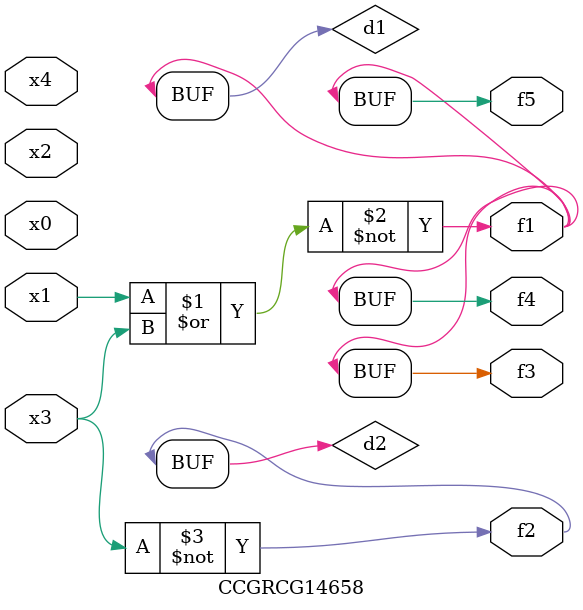
<source format=v>
module CCGRCG14658(
	input x0, x1, x2, x3, x4,
	output f1, f2, f3, f4, f5
);

	wire d1, d2;

	nor (d1, x1, x3);
	not (d2, x3);
	assign f1 = d1;
	assign f2 = d2;
	assign f3 = d1;
	assign f4 = d1;
	assign f5 = d1;
endmodule

</source>
